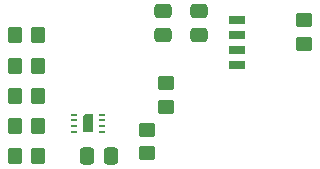
<source format=gtp>
G04 #@! TF.GenerationSoftware,KiCad,Pcbnew,7.0.11+1*
G04 #@! TF.CreationDate,2024-06-02T11:35:50+02:00*
G04 #@! TF.ProjectId,prg_pcb,7072675f-7063-4622-9e6b-696361645f70,rev?*
G04 #@! TF.SameCoordinates,Original*
G04 #@! TF.FileFunction,Paste,Top*
G04 #@! TF.FilePolarity,Positive*
%FSLAX46Y46*%
G04 Gerber Fmt 4.6, Leading zero omitted, Abs format (unit mm)*
G04 Created by KiCad (PCBNEW 7.0.11+1) date 2024-06-02 11:35:50*
%MOMM*%
%LPD*%
G01*
G04 APERTURE LIST*
G04 Aperture macros list*
%AMRoundRect*
0 Rectangle with rounded corners*
0 $1 Rounding radius*
0 $2 $3 $4 $5 $6 $7 $8 $9 X,Y pos of 4 corners*
0 Add a 4 corners polygon primitive as box body*
4,1,4,$2,$3,$4,$5,$6,$7,$8,$9,$2,$3,0*
0 Add four circle primitives for the rounded corners*
1,1,$1+$1,$2,$3*
1,1,$1+$1,$4,$5*
1,1,$1+$1,$6,$7*
1,1,$1+$1,$8,$9*
0 Add four rect primitives between the rounded corners*
20,1,$1+$1,$2,$3,$4,$5,0*
20,1,$1+$1,$4,$5,$6,$7,0*
20,1,$1+$1,$6,$7,$8,$9,0*
20,1,$1+$1,$8,$9,$2,$3,0*%
%AMFreePoly0*
4,1,6,0.450000,-0.800000,-0.450000,-0.800000,-0.450000,0.530000,-0.180000,0.800000,0.450000,0.800000,0.450000,-0.800000,0.450000,-0.800000,$1*%
G04 Aperture macros list end*
%ADD10RoundRect,0.250000X0.450000X-0.350000X0.450000X0.350000X-0.450000X0.350000X-0.450000X-0.350000X0*%
%ADD11RoundRect,0.250000X-0.350000X-0.450000X0.350000X-0.450000X0.350000X0.450000X-0.350000X0.450000X0*%
%ADD12RoundRect,0.250000X0.475000X-0.337500X0.475000X0.337500X-0.475000X0.337500X-0.475000X-0.337500X0*%
%ADD13R,1.397000X0.711200*%
%ADD14FreePoly0,0.000000*%
%ADD15R,0.550000X0.250000*%
%ADD16RoundRect,0.250000X0.350000X0.450000X-0.350000X0.450000X-0.350000X-0.450000X0.350000X-0.450000X0*%
%ADD17RoundRect,0.250000X0.337500X0.475000X-0.337500X0.475000X-0.337500X-0.475000X0.337500X-0.475000X0*%
G04 APERTURE END LIST*
D10*
X135255000Y-118729000D03*
X135255000Y-116729000D03*
D11*
X110760000Y-120650000D03*
X112760000Y-120650000D03*
D12*
X123317000Y-118004500D03*
X123317000Y-115929500D03*
D10*
X123571000Y-124063000D03*
X123571000Y-122063000D03*
D11*
X110760000Y-125730000D03*
X112760000Y-125730000D03*
D13*
X129580800Y-116713000D03*
X129580800Y-117983000D03*
X129580800Y-119253000D03*
X129580800Y-120523000D03*
D11*
X110760000Y-123190000D03*
X112760000Y-123190000D03*
D12*
X126365000Y-118004500D03*
X126365000Y-115929500D03*
D11*
X110760000Y-128270000D03*
X112760000Y-128270000D03*
D14*
X116935000Y-125480000D03*
D15*
X115760000Y-124730000D03*
X115760000Y-125230000D03*
X115760000Y-125730000D03*
X115760000Y-126230000D03*
X118110000Y-126230000D03*
X118110000Y-125730000D03*
X118110000Y-125230000D03*
X118110000Y-124730000D03*
D10*
X121920000Y-128000000D03*
X121920000Y-126000000D03*
D16*
X112760000Y-117983000D03*
X110760000Y-117983000D03*
D17*
X118915000Y-128270000D03*
X116840000Y-128270000D03*
M02*

</source>
